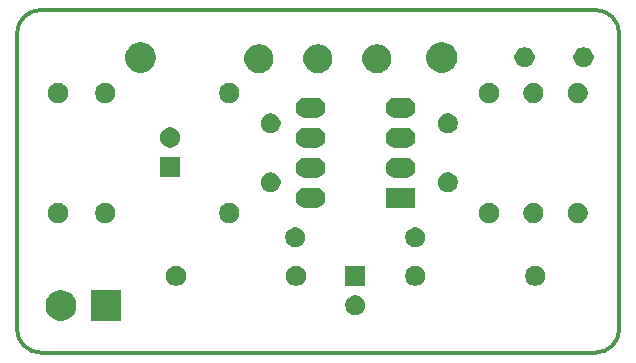
<source format=gbr>
G04 #@! TF.GenerationSoftware,KiCad,Pcbnew,(5.1.5-0-10_14)*
G04 #@! TF.CreationDate,2020-08-10T00:11:30+03:00*
G04 #@! TF.ProjectId,booster-op-amp,626f6f73-7465-4722-9d6f-702d616d702e,1*
G04 #@! TF.SameCoordinates,Original*
G04 #@! TF.FileFunction,Soldermask,Bot*
G04 #@! TF.FilePolarity,Negative*
%FSLAX46Y46*%
G04 Gerber Fmt 4.6, Leading zero omitted, Abs format (unit mm)*
G04 Created by KiCad (PCBNEW (5.1.5-0-10_14)) date 2020-08-10 00:11:30*
%MOMM*%
%LPD*%
G04 APERTURE LIST*
%ADD10C,0.300000*%
%ADD11C,0.100000*%
G04 APERTURE END LIST*
D10*
X166388000Y-83768000D02*
G75*
G02X168388000Y-85768000I0J-2000000D01*
G01*
X168388000Y-110768000D02*
G75*
G02X166388000Y-112768000I-2000000J0D01*
G01*
X119388000Y-112768000D02*
G75*
G02X117388000Y-110768000I0J2000000D01*
G01*
X117388000Y-85768000D02*
G75*
G02X119388000Y-83768000I2000000J0D01*
G01*
X119388000Y-112768000D02*
X166388000Y-112768000D01*
X117388000Y-85768000D02*
X117388000Y-110768000D01*
X166388000Y-83768000D02*
X119388000Y-83768000D01*
X168362000Y-110768000D02*
X168362000Y-85768000D01*
D11*
G36*
X126222680Y-110068680D02*
G01*
X123621320Y-110068680D01*
X123621320Y-107467320D01*
X126222680Y-107467320D01*
X126222680Y-110068680D01*
G37*
G36*
X121491393Y-107517304D02*
G01*
X121728101Y-107615352D01*
X121728103Y-107615353D01*
X121941135Y-107757696D01*
X122122304Y-107938865D01*
X122264647Y-108151897D01*
X122264648Y-108151899D01*
X122362696Y-108388607D01*
X122412680Y-108639893D01*
X122412680Y-108896107D01*
X122362696Y-109147393D01*
X122264648Y-109384101D01*
X122264647Y-109384103D01*
X122122304Y-109597135D01*
X121941135Y-109778304D01*
X121728103Y-109920647D01*
X121728102Y-109920648D01*
X121728101Y-109920648D01*
X121491393Y-110018696D01*
X121240107Y-110068680D01*
X120983893Y-110068680D01*
X120732607Y-110018696D01*
X120495899Y-109920648D01*
X120495898Y-109920648D01*
X120495897Y-109920647D01*
X120282865Y-109778304D01*
X120101696Y-109597135D01*
X119959353Y-109384103D01*
X119959352Y-109384101D01*
X119861304Y-109147393D01*
X119811320Y-108896107D01*
X119811320Y-108639893D01*
X119861304Y-108388607D01*
X119959352Y-108151899D01*
X119959353Y-108151897D01*
X120101696Y-107938865D01*
X120282865Y-107757696D01*
X120495897Y-107615353D01*
X120495899Y-107615352D01*
X120732607Y-107517304D01*
X120983893Y-107467320D01*
X121240107Y-107467320D01*
X121491393Y-107517304D01*
G37*
G36*
X146285228Y-107949703D02*
G01*
X146440100Y-108013853D01*
X146579481Y-108106985D01*
X146698015Y-108225519D01*
X146791147Y-108364900D01*
X146855297Y-108519772D01*
X146888000Y-108684184D01*
X146888000Y-108851816D01*
X146855297Y-109016228D01*
X146791147Y-109171100D01*
X146698015Y-109310481D01*
X146579481Y-109429015D01*
X146440100Y-109522147D01*
X146285228Y-109586297D01*
X146120816Y-109619000D01*
X145953184Y-109619000D01*
X145788772Y-109586297D01*
X145633900Y-109522147D01*
X145494519Y-109429015D01*
X145375985Y-109310481D01*
X145282853Y-109171100D01*
X145218703Y-109016228D01*
X145186000Y-108851816D01*
X145186000Y-108684184D01*
X145218703Y-108519772D01*
X145282853Y-108364900D01*
X145375985Y-108225519D01*
X145494519Y-108106985D01*
X145633900Y-108013853D01*
X145788772Y-107949703D01*
X145953184Y-107917000D01*
X146120816Y-107917000D01*
X146285228Y-107949703D01*
G37*
G36*
X141270228Y-105449703D02*
G01*
X141425100Y-105513853D01*
X141564481Y-105606985D01*
X141683015Y-105725519D01*
X141776147Y-105864900D01*
X141840297Y-106019772D01*
X141873000Y-106184184D01*
X141873000Y-106351816D01*
X141840297Y-106516228D01*
X141776147Y-106671100D01*
X141683015Y-106810481D01*
X141564481Y-106929015D01*
X141425100Y-107022147D01*
X141270228Y-107086297D01*
X141105816Y-107119000D01*
X140938184Y-107119000D01*
X140773772Y-107086297D01*
X140618900Y-107022147D01*
X140479519Y-106929015D01*
X140360985Y-106810481D01*
X140267853Y-106671100D01*
X140203703Y-106516228D01*
X140171000Y-106351816D01*
X140171000Y-106184184D01*
X140203703Y-106019772D01*
X140267853Y-105864900D01*
X140360985Y-105725519D01*
X140479519Y-105606985D01*
X140618900Y-105513853D01*
X140773772Y-105449703D01*
X140938184Y-105417000D01*
X141105816Y-105417000D01*
X141270228Y-105449703D01*
G37*
G36*
X131110228Y-105449703D02*
G01*
X131265100Y-105513853D01*
X131404481Y-105606985D01*
X131523015Y-105725519D01*
X131616147Y-105864900D01*
X131680297Y-106019772D01*
X131713000Y-106184184D01*
X131713000Y-106351816D01*
X131680297Y-106516228D01*
X131616147Y-106671100D01*
X131523015Y-106810481D01*
X131404481Y-106929015D01*
X131265100Y-107022147D01*
X131110228Y-107086297D01*
X130945816Y-107119000D01*
X130778184Y-107119000D01*
X130613772Y-107086297D01*
X130458900Y-107022147D01*
X130319519Y-106929015D01*
X130200985Y-106810481D01*
X130107853Y-106671100D01*
X130043703Y-106516228D01*
X130011000Y-106351816D01*
X130011000Y-106184184D01*
X130043703Y-106019772D01*
X130107853Y-105864900D01*
X130200985Y-105725519D01*
X130319519Y-105606985D01*
X130458900Y-105513853D01*
X130613772Y-105449703D01*
X130778184Y-105417000D01*
X130945816Y-105417000D01*
X131110228Y-105449703D01*
G37*
G36*
X161520228Y-105449703D02*
G01*
X161675100Y-105513853D01*
X161814481Y-105606985D01*
X161933015Y-105725519D01*
X162026147Y-105864900D01*
X162090297Y-106019772D01*
X162123000Y-106184184D01*
X162123000Y-106351816D01*
X162090297Y-106516228D01*
X162026147Y-106671100D01*
X161933015Y-106810481D01*
X161814481Y-106929015D01*
X161675100Y-107022147D01*
X161520228Y-107086297D01*
X161355816Y-107119000D01*
X161188184Y-107119000D01*
X161023772Y-107086297D01*
X160868900Y-107022147D01*
X160729519Y-106929015D01*
X160610985Y-106810481D01*
X160517853Y-106671100D01*
X160453703Y-106516228D01*
X160421000Y-106351816D01*
X160421000Y-106184184D01*
X160453703Y-106019772D01*
X160517853Y-105864900D01*
X160610985Y-105725519D01*
X160729519Y-105606985D01*
X160868900Y-105513853D01*
X161023772Y-105449703D01*
X161188184Y-105417000D01*
X161355816Y-105417000D01*
X161520228Y-105449703D01*
G37*
G36*
X151360228Y-105449703D02*
G01*
X151515100Y-105513853D01*
X151654481Y-105606985D01*
X151773015Y-105725519D01*
X151866147Y-105864900D01*
X151930297Y-106019772D01*
X151963000Y-106184184D01*
X151963000Y-106351816D01*
X151930297Y-106516228D01*
X151866147Y-106671100D01*
X151773015Y-106810481D01*
X151654481Y-106929015D01*
X151515100Y-107022147D01*
X151360228Y-107086297D01*
X151195816Y-107119000D01*
X151028184Y-107119000D01*
X150863772Y-107086297D01*
X150708900Y-107022147D01*
X150569519Y-106929015D01*
X150450985Y-106810481D01*
X150357853Y-106671100D01*
X150293703Y-106516228D01*
X150261000Y-106351816D01*
X150261000Y-106184184D01*
X150293703Y-106019772D01*
X150357853Y-105864900D01*
X150450985Y-105725519D01*
X150569519Y-105606985D01*
X150708900Y-105513853D01*
X150863772Y-105449703D01*
X151028184Y-105417000D01*
X151195816Y-105417000D01*
X151360228Y-105449703D01*
G37*
G36*
X146888000Y-107119000D02*
G01*
X145186000Y-107119000D01*
X145186000Y-105417000D01*
X146888000Y-105417000D01*
X146888000Y-107119000D01*
G37*
G36*
X151365228Y-102199703D02*
G01*
X151520100Y-102263853D01*
X151659481Y-102356985D01*
X151778015Y-102475519D01*
X151871147Y-102614900D01*
X151935297Y-102769772D01*
X151968000Y-102934184D01*
X151968000Y-103101816D01*
X151935297Y-103266228D01*
X151871147Y-103421100D01*
X151778015Y-103560481D01*
X151659481Y-103679015D01*
X151520100Y-103772147D01*
X151365228Y-103836297D01*
X151200816Y-103869000D01*
X151033184Y-103869000D01*
X150868772Y-103836297D01*
X150713900Y-103772147D01*
X150574519Y-103679015D01*
X150455985Y-103560481D01*
X150362853Y-103421100D01*
X150298703Y-103266228D01*
X150266000Y-103101816D01*
X150266000Y-102934184D01*
X150298703Y-102769772D01*
X150362853Y-102614900D01*
X150455985Y-102475519D01*
X150574519Y-102356985D01*
X150713900Y-102263853D01*
X150868772Y-102199703D01*
X151033184Y-102167000D01*
X151200816Y-102167000D01*
X151365228Y-102199703D01*
G37*
G36*
X141205228Y-102199703D02*
G01*
X141360100Y-102263853D01*
X141499481Y-102356985D01*
X141618015Y-102475519D01*
X141711147Y-102614900D01*
X141775297Y-102769772D01*
X141808000Y-102934184D01*
X141808000Y-103101816D01*
X141775297Y-103266228D01*
X141711147Y-103421100D01*
X141618015Y-103560481D01*
X141499481Y-103679015D01*
X141360100Y-103772147D01*
X141205228Y-103836297D01*
X141040816Y-103869000D01*
X140873184Y-103869000D01*
X140708772Y-103836297D01*
X140553900Y-103772147D01*
X140414519Y-103679015D01*
X140295985Y-103560481D01*
X140202853Y-103421100D01*
X140138703Y-103266228D01*
X140106000Y-103101816D01*
X140106000Y-102934184D01*
X140138703Y-102769772D01*
X140202853Y-102614900D01*
X140295985Y-102475519D01*
X140414519Y-102356985D01*
X140553900Y-102263853D01*
X140708772Y-102199703D01*
X140873184Y-102167000D01*
X141040816Y-102167000D01*
X141205228Y-102199703D01*
G37*
G36*
X165110228Y-100119703D02*
G01*
X165265100Y-100183853D01*
X165404481Y-100276985D01*
X165523015Y-100395519D01*
X165616147Y-100534900D01*
X165680297Y-100689772D01*
X165713000Y-100854184D01*
X165713000Y-101021816D01*
X165680297Y-101186228D01*
X165616147Y-101341100D01*
X165523015Y-101480481D01*
X165404481Y-101599015D01*
X165265100Y-101692147D01*
X165110228Y-101756297D01*
X164945816Y-101789000D01*
X164778184Y-101789000D01*
X164613772Y-101756297D01*
X164458900Y-101692147D01*
X164319519Y-101599015D01*
X164200985Y-101480481D01*
X164107853Y-101341100D01*
X164043703Y-101186228D01*
X164011000Y-101021816D01*
X164011000Y-100854184D01*
X164043703Y-100689772D01*
X164107853Y-100534900D01*
X164200985Y-100395519D01*
X164319519Y-100276985D01*
X164458900Y-100183853D01*
X164613772Y-100119703D01*
X164778184Y-100087000D01*
X164945816Y-100087000D01*
X165110228Y-100119703D01*
G37*
G36*
X161360228Y-100119703D02*
G01*
X161515100Y-100183853D01*
X161654481Y-100276985D01*
X161773015Y-100395519D01*
X161866147Y-100534900D01*
X161930297Y-100689772D01*
X161963000Y-100854184D01*
X161963000Y-101021816D01*
X161930297Y-101186228D01*
X161866147Y-101341100D01*
X161773015Y-101480481D01*
X161654481Y-101599015D01*
X161515100Y-101692147D01*
X161360228Y-101756297D01*
X161195816Y-101789000D01*
X161028184Y-101789000D01*
X160863772Y-101756297D01*
X160708900Y-101692147D01*
X160569519Y-101599015D01*
X160450985Y-101480481D01*
X160357853Y-101341100D01*
X160293703Y-101186228D01*
X160261000Y-101021816D01*
X160261000Y-100854184D01*
X160293703Y-100689772D01*
X160357853Y-100534900D01*
X160450985Y-100395519D01*
X160569519Y-100276985D01*
X160708900Y-100183853D01*
X160863772Y-100119703D01*
X161028184Y-100087000D01*
X161195816Y-100087000D01*
X161360228Y-100119703D01*
G37*
G36*
X157610228Y-100119703D02*
G01*
X157765100Y-100183853D01*
X157904481Y-100276985D01*
X158023015Y-100395519D01*
X158116147Y-100534900D01*
X158180297Y-100689772D01*
X158213000Y-100854184D01*
X158213000Y-101021816D01*
X158180297Y-101186228D01*
X158116147Y-101341100D01*
X158023015Y-101480481D01*
X157904481Y-101599015D01*
X157765100Y-101692147D01*
X157610228Y-101756297D01*
X157445816Y-101789000D01*
X157278184Y-101789000D01*
X157113772Y-101756297D01*
X156958900Y-101692147D01*
X156819519Y-101599015D01*
X156700985Y-101480481D01*
X156607853Y-101341100D01*
X156543703Y-101186228D01*
X156511000Y-101021816D01*
X156511000Y-100854184D01*
X156543703Y-100689772D01*
X156607853Y-100534900D01*
X156700985Y-100395519D01*
X156819519Y-100276985D01*
X156958900Y-100183853D01*
X157113772Y-100119703D01*
X157278184Y-100087000D01*
X157445816Y-100087000D01*
X157610228Y-100119703D01*
G37*
G36*
X135610228Y-100119703D02*
G01*
X135765100Y-100183853D01*
X135904481Y-100276985D01*
X136023015Y-100395519D01*
X136116147Y-100534900D01*
X136180297Y-100689772D01*
X136213000Y-100854184D01*
X136213000Y-101021816D01*
X136180297Y-101186228D01*
X136116147Y-101341100D01*
X136023015Y-101480481D01*
X135904481Y-101599015D01*
X135765100Y-101692147D01*
X135610228Y-101756297D01*
X135445816Y-101789000D01*
X135278184Y-101789000D01*
X135113772Y-101756297D01*
X134958900Y-101692147D01*
X134819519Y-101599015D01*
X134700985Y-101480481D01*
X134607853Y-101341100D01*
X134543703Y-101186228D01*
X134511000Y-101021816D01*
X134511000Y-100854184D01*
X134543703Y-100689772D01*
X134607853Y-100534900D01*
X134700985Y-100395519D01*
X134819519Y-100276985D01*
X134958900Y-100183853D01*
X135113772Y-100119703D01*
X135278184Y-100087000D01*
X135445816Y-100087000D01*
X135610228Y-100119703D01*
G37*
G36*
X125110228Y-100119703D02*
G01*
X125265100Y-100183853D01*
X125404481Y-100276985D01*
X125523015Y-100395519D01*
X125616147Y-100534900D01*
X125680297Y-100689772D01*
X125713000Y-100854184D01*
X125713000Y-101021816D01*
X125680297Y-101186228D01*
X125616147Y-101341100D01*
X125523015Y-101480481D01*
X125404481Y-101599015D01*
X125265100Y-101692147D01*
X125110228Y-101756297D01*
X124945816Y-101789000D01*
X124778184Y-101789000D01*
X124613772Y-101756297D01*
X124458900Y-101692147D01*
X124319519Y-101599015D01*
X124200985Y-101480481D01*
X124107853Y-101341100D01*
X124043703Y-101186228D01*
X124011000Y-101021816D01*
X124011000Y-100854184D01*
X124043703Y-100689772D01*
X124107853Y-100534900D01*
X124200985Y-100395519D01*
X124319519Y-100276985D01*
X124458900Y-100183853D01*
X124613772Y-100119703D01*
X124778184Y-100087000D01*
X124945816Y-100087000D01*
X125110228Y-100119703D01*
G37*
G36*
X121110228Y-100119703D02*
G01*
X121265100Y-100183853D01*
X121404481Y-100276985D01*
X121523015Y-100395519D01*
X121616147Y-100534900D01*
X121680297Y-100689772D01*
X121713000Y-100854184D01*
X121713000Y-101021816D01*
X121680297Y-101186228D01*
X121616147Y-101341100D01*
X121523015Y-101480481D01*
X121404481Y-101599015D01*
X121265100Y-101692147D01*
X121110228Y-101756297D01*
X120945816Y-101789000D01*
X120778184Y-101789000D01*
X120613772Y-101756297D01*
X120458900Y-101692147D01*
X120319519Y-101599015D01*
X120200985Y-101480481D01*
X120107853Y-101341100D01*
X120043703Y-101186228D01*
X120011000Y-101021816D01*
X120011000Y-100854184D01*
X120043703Y-100689772D01*
X120107853Y-100534900D01*
X120200985Y-100395519D01*
X120319519Y-100276985D01*
X120458900Y-100183853D01*
X120613772Y-100119703D01*
X120778184Y-100087000D01*
X120945816Y-100087000D01*
X121110228Y-100119703D01*
G37*
G36*
X151113000Y-100509000D02*
G01*
X148611000Y-100509000D01*
X148611000Y-98807000D01*
X151113000Y-98807000D01*
X151113000Y-100509000D01*
G37*
G36*
X142808823Y-98819313D02*
G01*
X142969242Y-98867976D01*
X143101906Y-98938886D01*
X143117078Y-98946996D01*
X143246659Y-99053341D01*
X143353004Y-99182922D01*
X143353005Y-99182924D01*
X143432024Y-99330758D01*
X143480687Y-99491177D01*
X143497117Y-99658000D01*
X143480687Y-99824823D01*
X143432024Y-99985242D01*
X143377633Y-100087000D01*
X143353004Y-100133078D01*
X143246659Y-100262659D01*
X143117078Y-100369004D01*
X143117076Y-100369005D01*
X142969242Y-100448024D01*
X142808823Y-100496687D01*
X142683804Y-100509000D01*
X141800196Y-100509000D01*
X141675177Y-100496687D01*
X141514758Y-100448024D01*
X141366924Y-100369005D01*
X141366922Y-100369004D01*
X141237341Y-100262659D01*
X141130996Y-100133078D01*
X141106367Y-100087000D01*
X141051976Y-99985242D01*
X141003313Y-99824823D01*
X140986883Y-99658000D01*
X141003313Y-99491177D01*
X141051976Y-99330758D01*
X141130995Y-99182924D01*
X141130996Y-99182922D01*
X141237341Y-99053341D01*
X141366922Y-98946996D01*
X141382094Y-98938886D01*
X141514758Y-98867976D01*
X141675177Y-98819313D01*
X141800196Y-98807000D01*
X142683804Y-98807000D01*
X142808823Y-98819313D01*
G37*
G36*
X154110228Y-97539703D02*
G01*
X154265100Y-97603853D01*
X154404481Y-97696985D01*
X154523015Y-97815519D01*
X154616147Y-97954900D01*
X154680297Y-98109772D01*
X154713000Y-98274184D01*
X154713000Y-98441816D01*
X154680297Y-98606228D01*
X154616147Y-98761100D01*
X154523015Y-98900481D01*
X154404481Y-99019015D01*
X154265100Y-99112147D01*
X154110228Y-99176297D01*
X153945816Y-99209000D01*
X153778184Y-99209000D01*
X153613772Y-99176297D01*
X153458900Y-99112147D01*
X153319519Y-99019015D01*
X153200985Y-98900481D01*
X153107853Y-98761100D01*
X153043703Y-98606228D01*
X153011000Y-98441816D01*
X153011000Y-98274184D01*
X153043703Y-98109772D01*
X153107853Y-97954900D01*
X153200985Y-97815519D01*
X153319519Y-97696985D01*
X153458900Y-97603853D01*
X153613772Y-97539703D01*
X153778184Y-97507000D01*
X153945816Y-97507000D01*
X154110228Y-97539703D01*
G37*
G36*
X139110228Y-97539703D02*
G01*
X139265100Y-97603853D01*
X139404481Y-97696985D01*
X139523015Y-97815519D01*
X139616147Y-97954900D01*
X139680297Y-98109772D01*
X139713000Y-98274184D01*
X139713000Y-98441816D01*
X139680297Y-98606228D01*
X139616147Y-98761100D01*
X139523015Y-98900481D01*
X139404481Y-99019015D01*
X139265100Y-99112147D01*
X139110228Y-99176297D01*
X138945816Y-99209000D01*
X138778184Y-99209000D01*
X138613772Y-99176297D01*
X138458900Y-99112147D01*
X138319519Y-99019015D01*
X138200985Y-98900481D01*
X138107853Y-98761100D01*
X138043703Y-98606228D01*
X138011000Y-98441816D01*
X138011000Y-98274184D01*
X138043703Y-98109772D01*
X138107853Y-97954900D01*
X138200985Y-97815519D01*
X138319519Y-97696985D01*
X138458900Y-97603853D01*
X138613772Y-97539703D01*
X138778184Y-97507000D01*
X138945816Y-97507000D01*
X139110228Y-97539703D01*
G37*
G36*
X150428823Y-96279313D02*
G01*
X150589242Y-96327976D01*
X150721906Y-96398886D01*
X150737078Y-96406996D01*
X150866659Y-96513341D01*
X150973004Y-96642922D01*
X150973005Y-96642924D01*
X151052024Y-96790758D01*
X151100687Y-96951177D01*
X151117117Y-97118000D01*
X151100687Y-97284823D01*
X151052024Y-97445242D01*
X151001533Y-97539703D01*
X150973004Y-97593078D01*
X150866659Y-97722659D01*
X150737078Y-97829004D01*
X150737076Y-97829005D01*
X150589242Y-97908024D01*
X150428823Y-97956687D01*
X150303804Y-97969000D01*
X149420196Y-97969000D01*
X149295177Y-97956687D01*
X149134758Y-97908024D01*
X148986924Y-97829005D01*
X148986922Y-97829004D01*
X148857341Y-97722659D01*
X148750996Y-97593078D01*
X148722467Y-97539703D01*
X148671976Y-97445242D01*
X148623313Y-97284823D01*
X148606883Y-97118000D01*
X148623313Y-96951177D01*
X148671976Y-96790758D01*
X148750995Y-96642924D01*
X148750996Y-96642922D01*
X148857341Y-96513341D01*
X148986922Y-96406996D01*
X149002094Y-96398886D01*
X149134758Y-96327976D01*
X149295177Y-96279313D01*
X149420196Y-96267000D01*
X150303804Y-96267000D01*
X150428823Y-96279313D01*
G37*
G36*
X142808823Y-96279313D02*
G01*
X142969242Y-96327976D01*
X143101906Y-96398886D01*
X143117078Y-96406996D01*
X143246659Y-96513341D01*
X143353004Y-96642922D01*
X143353005Y-96642924D01*
X143432024Y-96790758D01*
X143480687Y-96951177D01*
X143497117Y-97118000D01*
X143480687Y-97284823D01*
X143432024Y-97445242D01*
X143381533Y-97539703D01*
X143353004Y-97593078D01*
X143246659Y-97722659D01*
X143117078Y-97829004D01*
X143117076Y-97829005D01*
X142969242Y-97908024D01*
X142808823Y-97956687D01*
X142683804Y-97969000D01*
X141800196Y-97969000D01*
X141675177Y-97956687D01*
X141514758Y-97908024D01*
X141366924Y-97829005D01*
X141366922Y-97829004D01*
X141237341Y-97722659D01*
X141130996Y-97593078D01*
X141102467Y-97539703D01*
X141051976Y-97445242D01*
X141003313Y-97284823D01*
X140986883Y-97118000D01*
X141003313Y-96951177D01*
X141051976Y-96790758D01*
X141130995Y-96642924D01*
X141130996Y-96642922D01*
X141237341Y-96513341D01*
X141366922Y-96406996D01*
X141382094Y-96398886D01*
X141514758Y-96327976D01*
X141675177Y-96279313D01*
X141800196Y-96267000D01*
X142683804Y-96267000D01*
X142808823Y-96279313D01*
G37*
G36*
X131213000Y-97914112D02*
G01*
X129511000Y-97914112D01*
X129511000Y-96212112D01*
X131213000Y-96212112D01*
X131213000Y-97914112D01*
G37*
G36*
X142808823Y-93739313D02*
G01*
X142969242Y-93787976D01*
X143101906Y-93858886D01*
X143117078Y-93866996D01*
X143246659Y-93973341D01*
X143353004Y-94102922D01*
X143353005Y-94102924D01*
X143432024Y-94250758D01*
X143480687Y-94411177D01*
X143497117Y-94578000D01*
X143480687Y-94744823D01*
X143432024Y-94905242D01*
X143361114Y-95037906D01*
X143353004Y-95053078D01*
X143246659Y-95182659D01*
X143117078Y-95289004D01*
X143117076Y-95289005D01*
X142969242Y-95368024D01*
X142808823Y-95416687D01*
X142683804Y-95429000D01*
X141800196Y-95429000D01*
X141675177Y-95416687D01*
X141514758Y-95368024D01*
X141366924Y-95289005D01*
X141366922Y-95289004D01*
X141237341Y-95182659D01*
X141130996Y-95053078D01*
X141122886Y-95037906D01*
X141051976Y-94905242D01*
X141003313Y-94744823D01*
X140986883Y-94578000D01*
X141003313Y-94411177D01*
X141051976Y-94250758D01*
X141130995Y-94102924D01*
X141130996Y-94102922D01*
X141237341Y-93973341D01*
X141366922Y-93866996D01*
X141382094Y-93858886D01*
X141514758Y-93787976D01*
X141675177Y-93739313D01*
X141800196Y-93727000D01*
X142683804Y-93727000D01*
X142808823Y-93739313D01*
G37*
G36*
X150428823Y-93739313D02*
G01*
X150589242Y-93787976D01*
X150721906Y-93858886D01*
X150737078Y-93866996D01*
X150866659Y-93973341D01*
X150973004Y-94102922D01*
X150973005Y-94102924D01*
X151052024Y-94250758D01*
X151100687Y-94411177D01*
X151117117Y-94578000D01*
X151100687Y-94744823D01*
X151052024Y-94905242D01*
X150981114Y-95037906D01*
X150973004Y-95053078D01*
X150866659Y-95182659D01*
X150737078Y-95289004D01*
X150737076Y-95289005D01*
X150589242Y-95368024D01*
X150428823Y-95416687D01*
X150303804Y-95429000D01*
X149420196Y-95429000D01*
X149295177Y-95416687D01*
X149134758Y-95368024D01*
X148986924Y-95289005D01*
X148986922Y-95289004D01*
X148857341Y-95182659D01*
X148750996Y-95053078D01*
X148742886Y-95037906D01*
X148671976Y-94905242D01*
X148623313Y-94744823D01*
X148606883Y-94578000D01*
X148623313Y-94411177D01*
X148671976Y-94250758D01*
X148750995Y-94102924D01*
X148750996Y-94102922D01*
X148857341Y-93973341D01*
X148986922Y-93866996D01*
X149002094Y-93858886D01*
X149134758Y-93787976D01*
X149295177Y-93739313D01*
X149420196Y-93727000D01*
X150303804Y-93727000D01*
X150428823Y-93739313D01*
G37*
G36*
X130610228Y-93744815D02*
G01*
X130765100Y-93808965D01*
X130904481Y-93902097D01*
X131023015Y-94020631D01*
X131116147Y-94160012D01*
X131180297Y-94314884D01*
X131213000Y-94479296D01*
X131213000Y-94646928D01*
X131180297Y-94811340D01*
X131116147Y-94966212D01*
X131023015Y-95105593D01*
X130904481Y-95224127D01*
X130765100Y-95317259D01*
X130610228Y-95381409D01*
X130445816Y-95414112D01*
X130278184Y-95414112D01*
X130113772Y-95381409D01*
X129958900Y-95317259D01*
X129819519Y-95224127D01*
X129700985Y-95105593D01*
X129607853Y-94966212D01*
X129543703Y-94811340D01*
X129511000Y-94646928D01*
X129511000Y-94479296D01*
X129543703Y-94314884D01*
X129607853Y-94160012D01*
X129700985Y-94020631D01*
X129819519Y-93902097D01*
X129958900Y-93808965D01*
X130113772Y-93744815D01*
X130278184Y-93712112D01*
X130445816Y-93712112D01*
X130610228Y-93744815D01*
G37*
G36*
X154110228Y-92539703D02*
G01*
X154265100Y-92603853D01*
X154404481Y-92696985D01*
X154523015Y-92815519D01*
X154616147Y-92954900D01*
X154680297Y-93109772D01*
X154713000Y-93274184D01*
X154713000Y-93441816D01*
X154680297Y-93606228D01*
X154616147Y-93761100D01*
X154523015Y-93900481D01*
X154404481Y-94019015D01*
X154265100Y-94112147D01*
X154110228Y-94176297D01*
X153945816Y-94209000D01*
X153778184Y-94209000D01*
X153613772Y-94176297D01*
X153458900Y-94112147D01*
X153319519Y-94019015D01*
X153200985Y-93900481D01*
X153107853Y-93761100D01*
X153043703Y-93606228D01*
X153011000Y-93441816D01*
X153011000Y-93274184D01*
X153043703Y-93109772D01*
X153107853Y-92954900D01*
X153200985Y-92815519D01*
X153319519Y-92696985D01*
X153458900Y-92603853D01*
X153613772Y-92539703D01*
X153778184Y-92507000D01*
X153945816Y-92507000D01*
X154110228Y-92539703D01*
G37*
G36*
X139110228Y-92539703D02*
G01*
X139265100Y-92603853D01*
X139404481Y-92696985D01*
X139523015Y-92815519D01*
X139616147Y-92954900D01*
X139680297Y-93109772D01*
X139713000Y-93274184D01*
X139713000Y-93441816D01*
X139680297Y-93606228D01*
X139616147Y-93761100D01*
X139523015Y-93900481D01*
X139404481Y-94019015D01*
X139265100Y-94112147D01*
X139110228Y-94176297D01*
X138945816Y-94209000D01*
X138778184Y-94209000D01*
X138613772Y-94176297D01*
X138458900Y-94112147D01*
X138319519Y-94019015D01*
X138200985Y-93900481D01*
X138107853Y-93761100D01*
X138043703Y-93606228D01*
X138011000Y-93441816D01*
X138011000Y-93274184D01*
X138043703Y-93109772D01*
X138107853Y-92954900D01*
X138200985Y-92815519D01*
X138319519Y-92696985D01*
X138458900Y-92603853D01*
X138613772Y-92539703D01*
X138778184Y-92507000D01*
X138945816Y-92507000D01*
X139110228Y-92539703D01*
G37*
G36*
X150428823Y-91199313D02*
G01*
X150589242Y-91247976D01*
X150721906Y-91318886D01*
X150737078Y-91326996D01*
X150866659Y-91433341D01*
X150973004Y-91562922D01*
X150973005Y-91562924D01*
X151052024Y-91710758D01*
X151100687Y-91871177D01*
X151117117Y-92038000D01*
X151100687Y-92204823D01*
X151052024Y-92365242D01*
X150981114Y-92497906D01*
X150973004Y-92513078D01*
X150866659Y-92642659D01*
X150737078Y-92749004D01*
X150737076Y-92749005D01*
X150589242Y-92828024D01*
X150428823Y-92876687D01*
X150303804Y-92889000D01*
X149420196Y-92889000D01*
X149295177Y-92876687D01*
X149134758Y-92828024D01*
X148986924Y-92749005D01*
X148986922Y-92749004D01*
X148857341Y-92642659D01*
X148750996Y-92513078D01*
X148742886Y-92497906D01*
X148671976Y-92365242D01*
X148623313Y-92204823D01*
X148606883Y-92038000D01*
X148623313Y-91871177D01*
X148671976Y-91710758D01*
X148750995Y-91562924D01*
X148750996Y-91562922D01*
X148857341Y-91433341D01*
X148986922Y-91326996D01*
X149002094Y-91318886D01*
X149134758Y-91247976D01*
X149295177Y-91199313D01*
X149420196Y-91187000D01*
X150303804Y-91187000D01*
X150428823Y-91199313D01*
G37*
G36*
X142808823Y-91199313D02*
G01*
X142969242Y-91247976D01*
X143101906Y-91318886D01*
X143117078Y-91326996D01*
X143246659Y-91433341D01*
X143353004Y-91562922D01*
X143353005Y-91562924D01*
X143432024Y-91710758D01*
X143480687Y-91871177D01*
X143497117Y-92038000D01*
X143480687Y-92204823D01*
X143432024Y-92365242D01*
X143361114Y-92497906D01*
X143353004Y-92513078D01*
X143246659Y-92642659D01*
X143117078Y-92749004D01*
X143117076Y-92749005D01*
X142969242Y-92828024D01*
X142808823Y-92876687D01*
X142683804Y-92889000D01*
X141800196Y-92889000D01*
X141675177Y-92876687D01*
X141514758Y-92828024D01*
X141366924Y-92749005D01*
X141366922Y-92749004D01*
X141237341Y-92642659D01*
X141130996Y-92513078D01*
X141122886Y-92497906D01*
X141051976Y-92365242D01*
X141003313Y-92204823D01*
X140986883Y-92038000D01*
X141003313Y-91871177D01*
X141051976Y-91710758D01*
X141130995Y-91562924D01*
X141130996Y-91562922D01*
X141237341Y-91433341D01*
X141366922Y-91326996D01*
X141382094Y-91318886D01*
X141514758Y-91247976D01*
X141675177Y-91199313D01*
X141800196Y-91187000D01*
X142683804Y-91187000D01*
X142808823Y-91199313D01*
G37*
G36*
X157610228Y-89959703D02*
G01*
X157765100Y-90023853D01*
X157904481Y-90116985D01*
X158023015Y-90235519D01*
X158116147Y-90374900D01*
X158180297Y-90529772D01*
X158213000Y-90694184D01*
X158213000Y-90861816D01*
X158180297Y-91026228D01*
X158116147Y-91181100D01*
X158023015Y-91320481D01*
X157904481Y-91439015D01*
X157765100Y-91532147D01*
X157610228Y-91596297D01*
X157445816Y-91629000D01*
X157278184Y-91629000D01*
X157113772Y-91596297D01*
X156958900Y-91532147D01*
X156819519Y-91439015D01*
X156700985Y-91320481D01*
X156607853Y-91181100D01*
X156543703Y-91026228D01*
X156511000Y-90861816D01*
X156511000Y-90694184D01*
X156543703Y-90529772D01*
X156607853Y-90374900D01*
X156700985Y-90235519D01*
X156819519Y-90116985D01*
X156958900Y-90023853D01*
X157113772Y-89959703D01*
X157278184Y-89927000D01*
X157445816Y-89927000D01*
X157610228Y-89959703D01*
G37*
G36*
X125110228Y-89959703D02*
G01*
X125265100Y-90023853D01*
X125404481Y-90116985D01*
X125523015Y-90235519D01*
X125616147Y-90374900D01*
X125680297Y-90529772D01*
X125713000Y-90694184D01*
X125713000Y-90861816D01*
X125680297Y-91026228D01*
X125616147Y-91181100D01*
X125523015Y-91320481D01*
X125404481Y-91439015D01*
X125265100Y-91532147D01*
X125110228Y-91596297D01*
X124945816Y-91629000D01*
X124778184Y-91629000D01*
X124613772Y-91596297D01*
X124458900Y-91532147D01*
X124319519Y-91439015D01*
X124200985Y-91320481D01*
X124107853Y-91181100D01*
X124043703Y-91026228D01*
X124011000Y-90861816D01*
X124011000Y-90694184D01*
X124043703Y-90529772D01*
X124107853Y-90374900D01*
X124200985Y-90235519D01*
X124319519Y-90116985D01*
X124458900Y-90023853D01*
X124613772Y-89959703D01*
X124778184Y-89927000D01*
X124945816Y-89927000D01*
X125110228Y-89959703D01*
G37*
G36*
X121110228Y-89959703D02*
G01*
X121265100Y-90023853D01*
X121404481Y-90116985D01*
X121523015Y-90235519D01*
X121616147Y-90374900D01*
X121680297Y-90529772D01*
X121713000Y-90694184D01*
X121713000Y-90861816D01*
X121680297Y-91026228D01*
X121616147Y-91181100D01*
X121523015Y-91320481D01*
X121404481Y-91439015D01*
X121265100Y-91532147D01*
X121110228Y-91596297D01*
X120945816Y-91629000D01*
X120778184Y-91629000D01*
X120613772Y-91596297D01*
X120458900Y-91532147D01*
X120319519Y-91439015D01*
X120200985Y-91320481D01*
X120107853Y-91181100D01*
X120043703Y-91026228D01*
X120011000Y-90861816D01*
X120011000Y-90694184D01*
X120043703Y-90529772D01*
X120107853Y-90374900D01*
X120200985Y-90235519D01*
X120319519Y-90116985D01*
X120458900Y-90023853D01*
X120613772Y-89959703D01*
X120778184Y-89927000D01*
X120945816Y-89927000D01*
X121110228Y-89959703D01*
G37*
G36*
X135610228Y-89959703D02*
G01*
X135765100Y-90023853D01*
X135904481Y-90116985D01*
X136023015Y-90235519D01*
X136116147Y-90374900D01*
X136180297Y-90529772D01*
X136213000Y-90694184D01*
X136213000Y-90861816D01*
X136180297Y-91026228D01*
X136116147Y-91181100D01*
X136023015Y-91320481D01*
X135904481Y-91439015D01*
X135765100Y-91532147D01*
X135610228Y-91596297D01*
X135445816Y-91629000D01*
X135278184Y-91629000D01*
X135113772Y-91596297D01*
X134958900Y-91532147D01*
X134819519Y-91439015D01*
X134700985Y-91320481D01*
X134607853Y-91181100D01*
X134543703Y-91026228D01*
X134511000Y-90861816D01*
X134511000Y-90694184D01*
X134543703Y-90529772D01*
X134607853Y-90374900D01*
X134700985Y-90235519D01*
X134819519Y-90116985D01*
X134958900Y-90023853D01*
X135113772Y-89959703D01*
X135278184Y-89927000D01*
X135445816Y-89927000D01*
X135610228Y-89959703D01*
G37*
G36*
X165110228Y-89959703D02*
G01*
X165265100Y-90023853D01*
X165404481Y-90116985D01*
X165523015Y-90235519D01*
X165616147Y-90374900D01*
X165680297Y-90529772D01*
X165713000Y-90694184D01*
X165713000Y-90861816D01*
X165680297Y-91026228D01*
X165616147Y-91181100D01*
X165523015Y-91320481D01*
X165404481Y-91439015D01*
X165265100Y-91532147D01*
X165110228Y-91596297D01*
X164945816Y-91629000D01*
X164778184Y-91629000D01*
X164613772Y-91596297D01*
X164458900Y-91532147D01*
X164319519Y-91439015D01*
X164200985Y-91320481D01*
X164107853Y-91181100D01*
X164043703Y-91026228D01*
X164011000Y-90861816D01*
X164011000Y-90694184D01*
X164043703Y-90529772D01*
X164107853Y-90374900D01*
X164200985Y-90235519D01*
X164319519Y-90116985D01*
X164458900Y-90023853D01*
X164613772Y-89959703D01*
X164778184Y-89927000D01*
X164945816Y-89927000D01*
X165110228Y-89959703D01*
G37*
G36*
X161360228Y-89959703D02*
G01*
X161515100Y-90023853D01*
X161654481Y-90116985D01*
X161773015Y-90235519D01*
X161866147Y-90374900D01*
X161930297Y-90529772D01*
X161963000Y-90694184D01*
X161963000Y-90861816D01*
X161930297Y-91026228D01*
X161866147Y-91181100D01*
X161773015Y-91320481D01*
X161654481Y-91439015D01*
X161515100Y-91532147D01*
X161360228Y-91596297D01*
X161195816Y-91629000D01*
X161028184Y-91629000D01*
X160863772Y-91596297D01*
X160708900Y-91532147D01*
X160569519Y-91439015D01*
X160450985Y-91320481D01*
X160357853Y-91181100D01*
X160293703Y-91026228D01*
X160261000Y-90861816D01*
X160261000Y-90694184D01*
X160293703Y-90529772D01*
X160357853Y-90374900D01*
X160450985Y-90235519D01*
X160569519Y-90116985D01*
X160708900Y-90023853D01*
X160863772Y-89959703D01*
X161028184Y-89927000D01*
X161195816Y-89927000D01*
X161360228Y-89959703D01*
G37*
G36*
X143100205Y-86686461D02*
G01*
X143218153Y-86709922D01*
X143310194Y-86748047D01*
X143440359Y-86801963D01*
X143640342Y-86935587D01*
X143810413Y-87105658D01*
X143944037Y-87305641D01*
X143997953Y-87435806D01*
X144032733Y-87519771D01*
X144036078Y-87527848D01*
X144083000Y-87763741D01*
X144083000Y-88004259D01*
X144036078Y-88240152D01*
X143944037Y-88462359D01*
X143810413Y-88662342D01*
X143640342Y-88832413D01*
X143440359Y-88966037D01*
X143313231Y-89018695D01*
X143218153Y-89058078D01*
X142982259Y-89105000D01*
X142741741Y-89105000D01*
X142505847Y-89058078D01*
X142410769Y-89018695D01*
X142283641Y-88966037D01*
X142083658Y-88832413D01*
X141913587Y-88662342D01*
X141779963Y-88462359D01*
X141687922Y-88240152D01*
X141641000Y-88004259D01*
X141641000Y-87763741D01*
X141687922Y-87527848D01*
X141691268Y-87519771D01*
X141726047Y-87435806D01*
X141779963Y-87305641D01*
X141913587Y-87105658D01*
X142083658Y-86935587D01*
X142283641Y-86801963D01*
X142413806Y-86748047D01*
X142505847Y-86709922D01*
X142623795Y-86686461D01*
X142741741Y-86663000D01*
X142982259Y-86663000D01*
X143100205Y-86686461D01*
G37*
G36*
X148100205Y-86686461D02*
G01*
X148218153Y-86709922D01*
X148310194Y-86748047D01*
X148440359Y-86801963D01*
X148640342Y-86935587D01*
X148810413Y-87105658D01*
X148944037Y-87305641D01*
X148997953Y-87435806D01*
X149032733Y-87519771D01*
X149036078Y-87527848D01*
X149083000Y-87763741D01*
X149083000Y-88004259D01*
X149036078Y-88240152D01*
X148944037Y-88462359D01*
X148810413Y-88662342D01*
X148640342Y-88832413D01*
X148440359Y-88966037D01*
X148313231Y-89018695D01*
X148218153Y-89058078D01*
X147982259Y-89105000D01*
X147741741Y-89105000D01*
X147505847Y-89058078D01*
X147410769Y-89018695D01*
X147283641Y-88966037D01*
X147083658Y-88832413D01*
X146913587Y-88662342D01*
X146779963Y-88462359D01*
X146687922Y-88240152D01*
X146641000Y-88004259D01*
X146641000Y-87763741D01*
X146687922Y-87527848D01*
X146691268Y-87519771D01*
X146726047Y-87435806D01*
X146779963Y-87305641D01*
X146913587Y-87105658D01*
X147083658Y-86935587D01*
X147283641Y-86801963D01*
X147413806Y-86748047D01*
X147505847Y-86709922D01*
X147623795Y-86686461D01*
X147741741Y-86663000D01*
X147982259Y-86663000D01*
X148100205Y-86686461D01*
G37*
G36*
X138100205Y-86686461D02*
G01*
X138218153Y-86709922D01*
X138310194Y-86748047D01*
X138440359Y-86801963D01*
X138640342Y-86935587D01*
X138810413Y-87105658D01*
X138944037Y-87305641D01*
X138997953Y-87435806D01*
X139032733Y-87519771D01*
X139036078Y-87527848D01*
X139083000Y-87763741D01*
X139083000Y-88004259D01*
X139036078Y-88240152D01*
X138944037Y-88462359D01*
X138810413Y-88662342D01*
X138640342Y-88832413D01*
X138440359Y-88966037D01*
X138313231Y-89018695D01*
X138218153Y-89058078D01*
X137982259Y-89105000D01*
X137741741Y-89105000D01*
X137505847Y-89058078D01*
X137410769Y-89018695D01*
X137283641Y-88966037D01*
X137083658Y-88832413D01*
X136913587Y-88662342D01*
X136779963Y-88462359D01*
X136687922Y-88240152D01*
X136641000Y-88004259D01*
X136641000Y-87763741D01*
X136687922Y-87527848D01*
X136691268Y-87519771D01*
X136726047Y-87435806D01*
X136779963Y-87305641D01*
X136913587Y-87105658D01*
X137083658Y-86935587D01*
X137283641Y-86801963D01*
X137413806Y-86748047D01*
X137505847Y-86709922D01*
X137623795Y-86686461D01*
X137741741Y-86663000D01*
X137982259Y-86663000D01*
X138100205Y-86686461D01*
G37*
G36*
X128241393Y-86517304D02*
G01*
X128478101Y-86615352D01*
X128478103Y-86615353D01*
X128691135Y-86757696D01*
X128872304Y-86938865D01*
X129014647Y-87151897D01*
X129014648Y-87151899D01*
X129112696Y-87388607D01*
X129162680Y-87639893D01*
X129162680Y-87896107D01*
X129112696Y-88147393D01*
X129014648Y-88384101D01*
X129014647Y-88384103D01*
X128872304Y-88597135D01*
X128691135Y-88778304D01*
X128478103Y-88920647D01*
X128478102Y-88920648D01*
X128478101Y-88920648D01*
X128241393Y-89018696D01*
X127990107Y-89068680D01*
X127733893Y-89068680D01*
X127482607Y-89018696D01*
X127245899Y-88920648D01*
X127245898Y-88920648D01*
X127245897Y-88920647D01*
X127032865Y-88778304D01*
X126851696Y-88597135D01*
X126709353Y-88384103D01*
X126709352Y-88384101D01*
X126611304Y-88147393D01*
X126561320Y-87896107D01*
X126561320Y-87639893D01*
X126611304Y-87388607D01*
X126709352Y-87151899D01*
X126709353Y-87151897D01*
X126851696Y-86938865D01*
X127032865Y-86757696D01*
X127245897Y-86615353D01*
X127245899Y-86615352D01*
X127482607Y-86517304D01*
X127733893Y-86467320D01*
X127990107Y-86467320D01*
X128241393Y-86517304D01*
G37*
G36*
X153741393Y-86517304D02*
G01*
X153978101Y-86615352D01*
X153978103Y-86615353D01*
X154191135Y-86757696D01*
X154372304Y-86938865D01*
X154514647Y-87151897D01*
X154514648Y-87151899D01*
X154612696Y-87388607D01*
X154662680Y-87639893D01*
X154662680Y-87896107D01*
X154612696Y-88147393D01*
X154514648Y-88384101D01*
X154514647Y-88384103D01*
X154372304Y-88597135D01*
X154191135Y-88778304D01*
X153978103Y-88920647D01*
X153978102Y-88920648D01*
X153978101Y-88920648D01*
X153741393Y-89018696D01*
X153490107Y-89068680D01*
X153233893Y-89068680D01*
X152982607Y-89018696D01*
X152745899Y-88920648D01*
X152745898Y-88920648D01*
X152745897Y-88920647D01*
X152532865Y-88778304D01*
X152351696Y-88597135D01*
X152209353Y-88384103D01*
X152209352Y-88384101D01*
X152111304Y-88147393D01*
X152061320Y-87896107D01*
X152061320Y-87639893D01*
X152111304Y-87388607D01*
X152209352Y-87151899D01*
X152209353Y-87151897D01*
X152351696Y-86938865D01*
X152532865Y-86757696D01*
X152745897Y-86615353D01*
X152745899Y-86615352D01*
X152982607Y-86517304D01*
X153233893Y-86467320D01*
X153490107Y-86467320D01*
X153741393Y-86517304D01*
G37*
G36*
X160610228Y-86949703D02*
G01*
X160765100Y-87013853D01*
X160904481Y-87106985D01*
X161023015Y-87225519D01*
X161116147Y-87364900D01*
X161180297Y-87519772D01*
X161213000Y-87684184D01*
X161213000Y-87851816D01*
X161180297Y-88016228D01*
X161116147Y-88171100D01*
X161023015Y-88310481D01*
X160904481Y-88429015D01*
X160765100Y-88522147D01*
X160610228Y-88586297D01*
X160445816Y-88619000D01*
X160278184Y-88619000D01*
X160113772Y-88586297D01*
X159958900Y-88522147D01*
X159819519Y-88429015D01*
X159700985Y-88310481D01*
X159607853Y-88171100D01*
X159543703Y-88016228D01*
X159511000Y-87851816D01*
X159511000Y-87684184D01*
X159543703Y-87519772D01*
X159607853Y-87364900D01*
X159700985Y-87225519D01*
X159819519Y-87106985D01*
X159958900Y-87013853D01*
X160113772Y-86949703D01*
X160278184Y-86917000D01*
X160445816Y-86917000D01*
X160610228Y-86949703D01*
G37*
G36*
X165610228Y-86949703D02*
G01*
X165765100Y-87013853D01*
X165904481Y-87106985D01*
X166023015Y-87225519D01*
X166116147Y-87364900D01*
X166180297Y-87519772D01*
X166213000Y-87684184D01*
X166213000Y-87851816D01*
X166180297Y-88016228D01*
X166116147Y-88171100D01*
X166023015Y-88310481D01*
X165904481Y-88429015D01*
X165765100Y-88522147D01*
X165610228Y-88586297D01*
X165445816Y-88619000D01*
X165278184Y-88619000D01*
X165113772Y-88586297D01*
X164958900Y-88522147D01*
X164819519Y-88429015D01*
X164700985Y-88310481D01*
X164607853Y-88171100D01*
X164543703Y-88016228D01*
X164511000Y-87851816D01*
X164511000Y-87684184D01*
X164543703Y-87519772D01*
X164607853Y-87364900D01*
X164700985Y-87225519D01*
X164819519Y-87106985D01*
X164958900Y-87013853D01*
X165113772Y-86949703D01*
X165278184Y-86917000D01*
X165445816Y-86917000D01*
X165610228Y-86949703D01*
G37*
M02*

</source>
